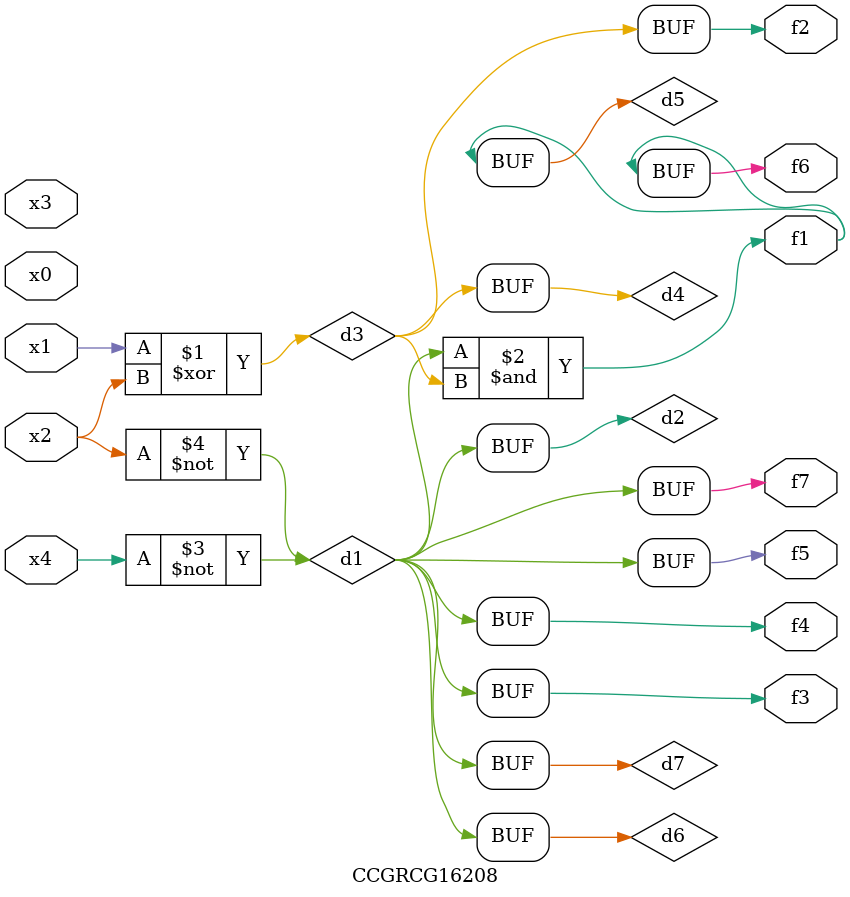
<source format=v>
module CCGRCG16208(
	input x0, x1, x2, x3, x4,
	output f1, f2, f3, f4, f5, f6, f7
);

	wire d1, d2, d3, d4, d5, d6, d7;

	not (d1, x4);
	not (d2, x2);
	xor (d3, x1, x2);
	buf (d4, d3);
	and (d5, d1, d3);
	buf (d6, d1, d2);
	buf (d7, d2);
	assign f1 = d5;
	assign f2 = d4;
	assign f3 = d7;
	assign f4 = d7;
	assign f5 = d7;
	assign f6 = d5;
	assign f7 = d7;
endmodule

</source>
